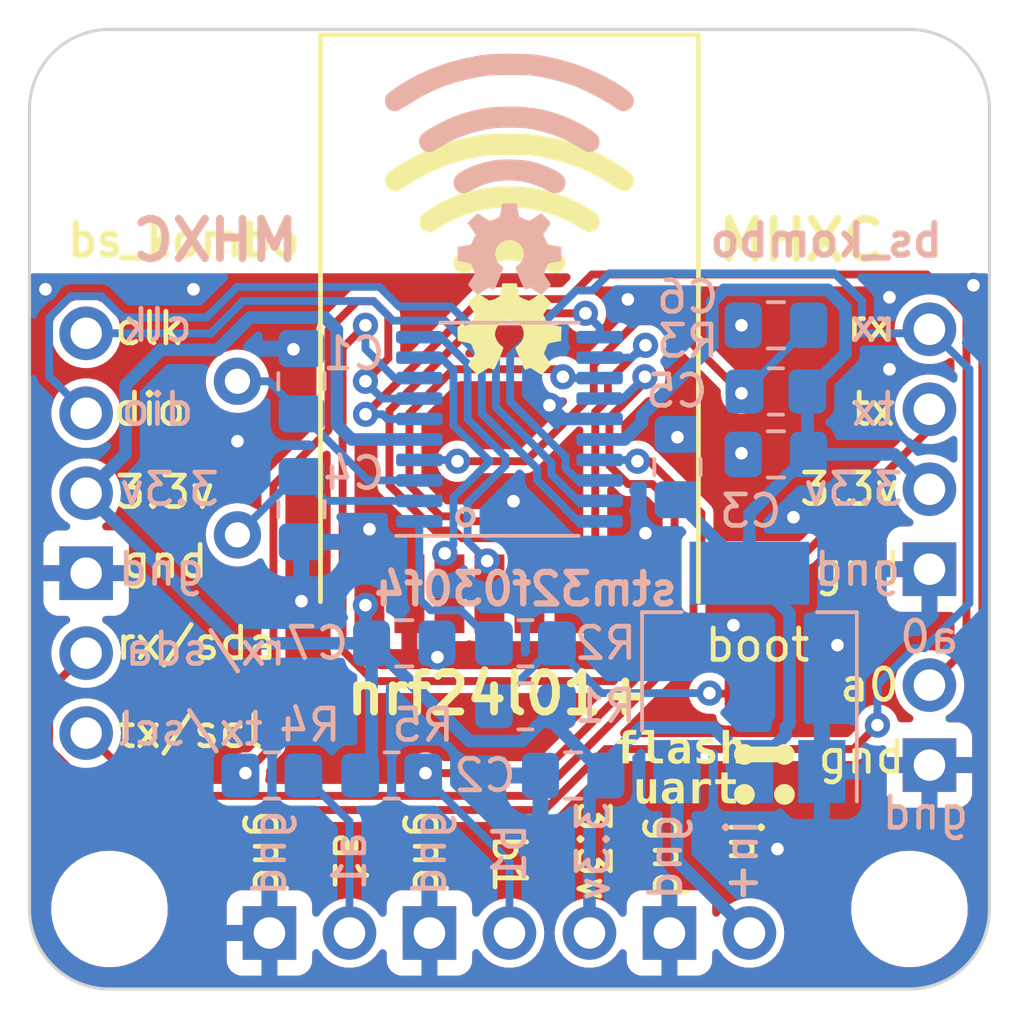
<source format=kicad_pcb>
(kicad_pcb (version 20221018) (generator pcbnew)
  (layers (0 "F.Cu" signal) (31 "B.Cu" signal) (34 "B.Paste" user) (35 "F.Paste" user) (36 "B.SilkS" user "B.Silkscreen") (37 "F.SilkS" user "F.Silkscreen") (38 "B.Mask" user) (39 "F.Mask" user) (44 "Edge.Cuts" user))
  (net 0 "")
  (net 1 "GND")
  (net 2 "+3V3")
  (net 3 "tx{slash}scl")
  (net 4 "rx{slash}sda")
  (net 5 "+5V")
  (net 6 "but")
  (net 7 "dio")
  (net 8 "clk")
  (net 9 "Net-(JP1-B)")
  (net 10 "led")
  (net 11 "a0")
  (net 12 "Net-(J1-Pin_6)")
  (net 13 "Net-(U3-PF1)")
  (net 14 "Net-(U3-PF0)")
  (net 15 "Net-(U3-NRST)")
  (net 16 "Net-(U3-BOOT0)")
  (net 17 "Net-(U1-CE)")
  (net 18 "Net-(U1-~{CSN})")
  (net 19 "Net-(U1-SCK)")
  (net 20 "Net-(U1-MOSI)")
  (net 21 "Net-(U1-MISO)")
  (net 22 "Net-(U1-IRQ)")
  (footprint "Connector_PinHeader_2.54mm:PinHeader_1x06_P2.54mm_Vertical" (layer "F.Cu") (at 116.1 47.752)
    (fp_text reference "J3" hide)
    (fp_text value "Conn_01x06" hide)
    (pad "1" thru_hole circle (at 0 0) (size 1.7 1.7) (drill 1) (layers "*.Cu" "*.Mask") (net 8 "clk"))
    (pad "2" thru_hole oval (at 0 2.54) (size 1.7 1.7) (drill 1) (layers "*.Cu" "*.Mask") (net 7 "dio"))
    (pad "3" thru_hole oval (at 0 5.08) (size 1.7 1.7) (drill 1) (layers "*.Cu" "*.Mask") (net 2 "+3V3"))
    (pad "4" thru_hole rect (at 0 7.62) (size 1.7 1.7) (drill 1) (layers "*.Cu" "*.Mask") (net 1 "GND"))
    (pad "5" thru_hole oval (at 0 10.16) (size 1.7 1.7) (drill 1) (layers "*.Cu" "*.Mask") (net 4 "rx{slash}sda"))
    (pad "6" thru_hole oval (at 0 12.7) (size 1.7 1.7) (drill 1) (layers "*.Cu" "*.Mask") (net 3 "tx{slash}scl"))
  )
  (footprint "Connector_PinHeader_2.54mm:PinHeader_1x07_P2.54mm_Vertical" (layer "F.Cu") (at 137.16 66.802 -90)
    (fp_text reference "J1" hide)
    (fp_text value "Conn_01x07" hide)
    (pad "1" thru_hole circle (at 0 0 270) (size 1.7 1.7) (drill 1) (layers "*.Cu" "*.Mask") (net 5 "+5V"))
    (pad "2" thru_hole rect (at 0 2.54 270) (size 1.7 1.7) (drill 1) (layers "*.Cu" "*.Mask") (net 1 "GND"))
    (pad "3" thru_hole oval (at 0 5.08 270) (size 1.7 1.7) (drill 1) (layers "*.Cu" "*.Mask") (net 2 "+3V3"))
    (pad "4" thru_hole oval (at 0 7.62 270) (size 1.7 1.7) (drill 1) (layers "*.Cu" "*.Mask") (net 6 "but"))
    (pad "5" thru_hole rect (at 0 10.16 270) (size 1.7 1.7) (drill 1) (layers "*.Cu" "*.Mask") (net 1 "GND"))
    (pad "6" thru_hole oval (at 0 12.7 270) (size 1.7 1.7) (drill 1) (layers "*.Cu" "*.Mask") (net 12 "Net-(J1-Pin_6)"))
    (pad "7" thru_hole rect (at 0 15.24 270) (size 1.7 1.7) (drill 1) (layers "*.Cu" "*.Mask") (net 1 "GND"))
  )
  (footprint "MountingHole:MountingHole_3.2mm_M3" (layer "F.Cu") (at 142.24 40.64)
    (fp_text reference "REF**" hide)
    (fp_text value "MountingHole_3.2mm_M3" hide)
    (pad "" np_thru_hole circle (at 0 0) (size 3.2 3.2) (drill 3.2) (layers "*.Cu" "*.Mask"))
  )
  (footprint "Crystal:Crystal_HC49-U_Vertical" (layer "F.Cu") (at 120.904 49.276 -90)
    (fp_text reference "Y1" hide)
    (fp_text value "Crystal")
    (pad "1" thru_hole circle (at 0 0 270) (size 1.5 1.5) (drill 0.8) (layers "*.Cu" "*.Mask") (net 13 "Net-(U3-PF1)"))
    (pad "2" thru_hole circle (at 4.88 0 270) (size 1.5 1.5) (drill 0.8) (layers "*.Cu" "*.Mask") (net 14 "Net-(U3-PF0)"))
  )
  (footprint "MountingHole:MountingHole_3.2mm_M3" (layer "F.Cu") (at 142.24 66.04)
    (fp_text reference "REF**" hide)
    (fp_text value "MountingHole_3.2mm_M3" hide)
    (pad "" np_thru_hole circle (at 0 0) (size 3.2 3.2) (drill 3.2) (layers "*.Cu" "*.Mask"))
  )
  (footprint "MountingHole:MountingHole_3.2mm_M3" (layer "F.Cu") (at 116.84 40.64)
    (fp_text reference "REF**" hide)
    (fp_text value "MountingHole_3.2mm_M3" hide)
    (pad "" np_thru_hole circle (at 0 0) (size 3.2 3.2) (drill 3.2) (layers "*.Cu" "*.Mask"))
  )
  (footprint "LOGO" (layer "F.Cu") (at 129.54 45.212)
    (fp_text reference "G***" hide)
    (fp_text value "LOGO" hide)
  )
  (footprint "Jumper:SolderJumper-2_P1.3mm_Open_TrianglePad1.0x1.5mm" (layer "F.Cu") (at 137.6 59.2 180)
    (fp_text reference "JP1" hide)
    (fp_text value "SolderJumper_2_Open")
    (pad "1" smd custom (at -0.725 0 180) (size 0.3 0.3) (layers "F.Cu" "F.Mask") (net 1 "GND") (options (clearance outline) (anchor rect)) (primitives (gr_poly (pts (xy 1 0) (xy 0.5 0.75) (xy -0.5 0.75) (xy -0.5 -0.75) (xy 0.5 -0.75)) (width 0) (fill yes))))
    (pad "2" smd custom (at 0.725 0 180) (size 0.3 0.3) (layers "F.Cu" "F.Mask") (net 9 "Net-(JP1-B)") (options (clearance outline) (anchor rect)) (primitives (gr_poly (pts (xy 0.5 0.75) (xy -0.65 0.75) (xy -0.15 0) (xy -0.65 -0.75) (xy 0.5 -0.75)) (width 0) (fill yes))))
  )
  (footprint "Connector_PinHeader_2.54mm:PinHeader_1x02_P2.54mm_Vertical" (layer "F.Cu") (at 142.875 61.468 180)
    (fp_text reference "J4" hide)
    (fp_text value "Conn_01x02" hide)
    (pad "1" thru_hole rect (at 0 0 180) (size 1.7 1.7) (drill 1) (layers "*.Cu" "*.Mask") (net 1 "GND"))
    (pad "2" thru_hole oval (at 0 2.54 180) (size 1.7 1.7) (drill 1) (layers "*.Cu" "*.Mask") (net 11 "a0"))
  )
  (footprint "Keyplus_nordic:NRF24L01-Module-SMD" (layer "F.Cu") (at 129.54 55.2775 -90)
    (fp_text reference "U1" hide)
    (fp_text value "NRF24L01_Breakout")
    (pad "1" smd rect (at 0.3 4.445 270) (size 2.5 0.95) (drill (offset 0.45 0)) (layers "F.Cu" "F.Paste" "F.Mask") (net 2 "+3V3"))
    (pad "2" smd rect (at 0.3 3.175 270) (size 2.5 0.95) (drill (offset 0.45 0)) (layers "F.Cu" "F.Paste" "F.Mask") (net 1 "GND"))
    (pad "3" smd rect (at 0.3 1.905 270) (size 2.5 0.95) (drill (offset 0.45 0)) (layers "F.Cu" "F.Paste" "F.Mask") (net 17 "Net-(U1-CE)"))
    (pad "4" smd rect (at 0.3 0.635 270) (size 2.5 0.95) (drill (offset 0.45 0)) (layers "F.Cu" "F.Paste" "F.Mask") (net 18 "Net-(U1-~{CSN})"))
    (pad "5" smd rect (at 0.3 -0.635 270) (size 2.5 0.95) (drill (offset 0.45 0)) (layers "F.Cu" "F.Paste" "F.Mask") (net 19 "Net-(U1-SCK)"))
    (pad "6" smd rect (at 0.3 -1.905 270) (size 2.5 0.95) (drill (offset 0.45 0)) (layers "F.Cu" "F.Paste" "F.Mask") (net 20 "Net-(U1-MOSI)"))
    (pad "7" smd rect (at 0.3 -3.175 270) (size 2.5 0.95) (drill (offset 0.45 0)) (layers "F.Cu" "F.Paste" "F.Mask") (net 21 "Net-(U1-MISO)"))
    (pad "8" smd rect (at 0.3 -4.445 270) (size 2.5 0.95) (drill (offset 0.45 0)) (layers "F.Cu" "F.Paste" "F.Mask") (net 22 "Net-(U1-IRQ)"))
  )
  (footprint "MountingHole:MountingHole_3.2mm_M3" (layer "F.Cu") (at 116.84 66.04)
    (fp_text reference "REF**" hide)
    (fp_text value "MountingHole_3.2mm_M3" hide)
    (pad "" np_thru_hole circle (at 0 0) (size 3.2 3.2) (drill 3.2) (layers "*.Cu" "*.Mask"))
  )
  (footprint "Connector_PinHeader_2.54mm:PinHeader_1x04_P2.54mm_Vertical" (layer "F.Cu") (at 142.875 55.245 180)
    (fp_text reference "J2" hide)
    (fp_text value "Conn_01x04" hide)
    (pad "1" thru_hole rect (at 0 0 180) (size 1.7 1.7) (drill 1) (layers "*.Cu" "*.Mask") (net 1 "GND"))
    (pad "2" thru_hole oval (at 0 2.54 180) (size 1.7 1.7) (drill 1) (layers "*.Cu" "*.Mask") (net 2 "+3V3"))
    (pad "3" thru_hole oval (at 0 5.08 180) (size 1.7 1.7) (drill 1) (layers "*.Cu" "*.Mask") (net 3 "tx{slash}scl"))
    (pad "4" thru_hole oval (at 0 7.62 180) (size 1.7 1.7) (drill 1) (layers "*.Cu" "*.Mask") (net 4 "rx{slash}sda"))
  )
  (footprint "Resistor_SMD:R_0805_2012Metric_Pad1.20x1.40mm_HandSolder" (layer "B.Cu") (at 130.048 59.6 180)
    (fp_text reference "R1" (at -2.54 0) (layer "B.SilkS") (effects (justify mirror)))
    (fp_text value "10k")
    (pad "1" smd roundrect (at -1 0 180) (size 1.2 1.4) (layers "B.Cu" "B.Paste" "B.Mask") (roundrect_rratio 0.2083333333) (net 2 "+3V3"))
    (pad "2" smd roundrect (at 1 0 180) (size 1.2 1.4) (layers "B.Cu" "B.Paste" "B.Mask") (roundrect_rratio 0.2083333333) (net 9 "Net-(JP1-B)"))
  )
  (footprint "Capacitor_SMD:C_0805_2012Metric_Pad1.18x1.45mm_HandSolder" (layer "B.Cu") (at 126.2 57.6)
    (fp_text reference "C7" (at -2.756 0) (layer "B.SilkS") (effects (justify mirror)))
    (fp_text value "10u")
    (pad "1" smd roundrect (at -1.0375 0) (size 1.175 1.45) (layers "B.Cu" "B.Paste" "B.Mask") (roundrect_rratio 0.2127659574) (net 2 "+3V3"))
    (pad "2" smd roundrect (at 1.0375 0) (size 1.175 1.45) (layers "B.Cu" "B.Paste" "B.Mask") (roundrect_rratio 0.2127659574) (net 1 "GND"))
  )
  (footprint "Resistor_SMD:R_0805_2012Metric_Pad1.20x1.40mm_HandSolder" (layer "B.Cu") (at 122 61.8)
    (fp_text reference "R4" (at 1.2 -1.6) (layer "B.SilkS") (effects (justify mirror)))
    (fp_text value "620")
    (pad "1" smd roundrect (at -1 0) (size 1.2 1.4) (layers "B.Cu" "B.Paste" "B.Mask") (roundrect_rratio 0.2083333333) (net 10 "led"))
    (pad "2" smd roundrect (at 1 0) (size 1.2 1.4) (layers "B.Cu" "B.Paste" "B.Mask") (roundrect_rratio 0.2083333333) (net 12 "Net-(J1-Pin_6)"))
  )
  (footprint "Capacitor_SMD:C_0805_2012Metric_Pad1.18x1.45mm_HandSolder" (layer "B.Cu") (at 122.936 49.276 90)
    (fp_text reference "C1" (at 0.876 1.664) (layer "B.SilkS") (effects (justify mirror)))
    (fp_text value "22p")
    (pad "1" smd roundrect (at -1.0375 0 90) (size 1.175 1.45) (layers "B.Cu" "B.Paste" "B.Mask") (roundrect_rratio 0.2127659574) (net 13 "Net-(U3-PF1)"))
    (pad "2" smd roundrect (at 1.0375 0 90) (size 1.175 1.45) (layers "B.Cu" "B.Paste" "B.Mask") (roundrect_rratio 0.2127659574) (net 1 "GND"))
  )
  (footprint "Package_SO:TSSOP-20_4.4x6.5mm_P0.65mm" (layer "B.Cu") (at 129.54 50.8)
    (fp_text reference "U3" hide)
    (fp_text value "STM32F030F4Px")
    (pad "1" smd roundrect (at -2.8625 2.925) (size 1.475 0.4) (layers "B.Cu" "B.Paste" "B.Mask") (net 16 "Net-(U3-BOOT0)"))
    (pad "2" smd roundrect (at -2.8625 2.275) (size 1.475 0.4) (layers "B.Cu" "B.Paste" "B.Mask") (net 14 "Net-(U3-PF0)"))
    (pad "3" smd roundrect (at -2.8625 1.625) (size 1.475 0.4) (layers "B.Cu" "B.Paste" "B.Mask") (net 13 "Net-(U3-PF1)"))
    (pad "4" smd roundrect (at -2.8625 0.975) (size 1.475 0.4) (layers "B.Cu" "B.Paste" "B.Mask") (net 15 "Net-(U3-NRST)"))
    (pad "5" smd roundrect (at -2.8625 0.325) (size 1.475 0.4) (layers "B.Cu" "B.Paste" "B.Mask") (net 2 "+3V3"))
    (pad "6" smd roundrect (at -2.8625 -0.325) (size 1.475 0.4) (layers "B.Cu" "B.Paste" "B.Mask") (net 11 "a0"))
    (pad "7" smd roundrect (at -2.8625 -0.975) (size 1.475 0.4) (layers "B.Cu" "B.Paste" "B.Mask") (net 10 "led"))
    (pad "8" smd roundrect (at -2.8625 -1.625) (size 1.475 0.4) (layers "B.Cu" "B.Paste" "B.Mask") (net 22 "Net-(U1-IRQ)"))
    (pad "9" smd roundrect (at -2.8625 -2.275) (size 1.475 0.4) (layers "B.Cu" "B.Paste" "B.Mask") (net 17 "Net-(U1-CE)"))
    (pad "10" smd roundrect (at -2.8625 -2.925) (size 1.475 0.4) (layers "B.Cu" "B.Paste" "B.Mask") (net 18 "Net-(U1-~{CSN})"))
    (pad "11" smd roundrect (at 2.8625 -2.925) (size 1.475 0.4) (layers "B.Cu" "B.Paste" "B.Mask") (net 19 "Net-(U1-SCK)"))
    (pad "12" smd roundrect (at 2.8625 -2.275) (size 1.475 0.4) (layers "B.Cu" "B.Paste" "B.Mask") (net 21 "Net-(U1-MISO)"))
    (pad "13" smd roundrect (at 2.8625 -1.625) (size 1.475 0.4) (layers "B.Cu" "B.Paste" "B.Mask") (net 20 "Net-(U1-MOSI)"))
    (pad "14" smd roundrect (at 2.8625 -0.975) (size 1.475 0.4) (layers "B.Cu" "B.Paste" "B.Mask") (net 6 "but"))
    (pad "15" smd roundrect (at 2.8625 -0.325) (size 1.475 0.4) (layers "B.Cu" "B.Paste" "B.Mask") (net 1 "GND"))
    (pad "16" smd roundrect (at 2.8625 0.325) (size 1.475 0.4) (layers "B.Cu" "B.Paste" "B.Mask") (net 2 "+3V3"))
    (pad "17" smd roundrect (at 2.8625 0.975) (size 1.475 0.4) (layers "B.Cu" "B.Paste" "B.Mask") (net 3 "tx{slash}scl"))
    (pad "18" smd roundrect (at 2.8625 1.625) (size 1.475 0.4) (layers "B.Cu" "B.Paste" "B.Mask") (net 4 "rx{slash}sda"))
    (pad "19" smd roundrect (at 2.8625 2.275) (size 1.475 0.4) (layers "B.Cu" "B.Paste" "B.Mask") (net 7 "dio"))
    (pad "20" smd roundrect (at 2.8625 2.925) (size 1.475 0.4) (layers "B.Cu" "B.Paste" "B.Mask") (net 8 "clk"))
  )
  (footprint "LOGO" (layer "B.Cu") (at 129.54 42.672 180)
    (fp_text reference "G***" hide)
    (fp_text value "LOGO" hide)
  )
  (footprint "Capacitor_SMD:C_0805_2012Metric_Pad1.18x1.45mm_HandSolder" (layer "B.Cu") (at 138 51.6 180)
    (fp_text reference "C3" (at 0.8 -1.8) (layer "B.SilkS") (effects (justify mirror)))
    (fp_text value "10u")
    (pad "1" smd roundrect (at -1.0375 0 180) (size 1.175 1.45) (layers "B.Cu" "B.Paste" "B.Mask") (roundrect_rratio 0.2127659574) (net 2 "+3V3"))
    (pad "2" smd roundrect (at 1.0375 0 180) (size 1.175 1.45) (layers "B.Cu" "B.Paste" "B.Mask") (roundrect_rratio 0.2127659574) (net 1 "GND"))
  )
  (footprint "Resistor_SMD:R_0805_2012Metric_Pad1.20x1.40mm_HandSolder" (layer "B.Cu") (at 130.048 57.6 180)
    (fp_text reference "R2" (at -2.54 0) (layer "B.SilkS") (effects (justify mirror)))
    (fp_text value "620")
    (pad "1" smd roundrect (at -1 0 180) (size 1.2 1.4) (layers "B.Cu" "B.Paste" "B.Mask") (roundrect_rratio 0.2083333333) (net 9 "Net-(JP1-B)"))
    (pad "2" smd roundrect (at 1 0 180) (size 1.2 1.4) (layers "B.Cu" "B.Paste" "B.Mask") (roundrect_rratio 0.2083333333) (net 16 "Net-(U3-BOOT0)"))
  )
  (footprint "Capacitor_SMD:C_0805_2012Metric_Pad1.18x1.45mm_HandSolder" (layer "B.Cu") (at 131.5625 61.8 180)
    (fp_text reference "C2" (at 2.8 0) (layer "B.SilkS") (effects (justify mirror)))
    (fp_text value "100n")
    (pad "1" smd roundrect (at -1.0375 0 180) (size 1.175 1.45) (layers "B.Cu" "B.Paste" "B.Mask") (roundrect_rratio 0.2127659574) (net 2 "+3V3"))
    (pad "2" smd roundrect (at 1.0375 0 180) (size 1.175 1.45) (layers "B.Cu" "B.Paste" "B.Mask") (roundrect_rratio 0.2127659574) (net 1 "GND"))
  )
  (footprint "Capacitor_SMD:C_0805_2012Metric_Pad1.18x1.45mm_HandSolder" (layer "B.Cu") (at 122.936 53.34 -90)
    (fp_text reference "C4" (at -1.14 -1.664) (layer "B.SilkS") (effects (justify mirror)))
    (fp_text value "22p")
    (pad "1" smd roundrect (at -1.0375 0 270) (size 1.175 1.45) (layers "B.Cu" "B.Paste" "B.Mask") (roundrect_rratio 0.2127659574) (net 14 "Net-(U3-PF0)"))
    (pad "2" smd roundrect (at 1.0375 0 270) (size 1.175 1.45) (layers "B.Cu" "B.Paste" "B.Mask") (roundrect_rratio 0.2127659574) (net 1 "GND"))
  )
  (footprint "Capacitor_SMD:C_0805_2012Metric_Pad1.18x1.45mm_HandSolder" (layer "B.Cu") (at 138 47.498 180)
    (fp_text reference "C6" (at 2.8 0.898) (layer "B.SilkS") (effects (justify mirror)))
    (fp_text value "100n")
    (pad "1" smd roundrect (at -1.0375 0 180) (size 1.175 1.45) (layers "B.Cu" "B.Paste" "B.Mask") (roundrect_rratio 0.2127659574) (net 15 "Net-(U3-NRST)"))
    (pad "2" smd roundrect (at 1.0375 0 180) (size 1.175 1.45) (layers "B.Cu" "B.Paste" "B.Mask") (roundrect_rratio 0.2127659574) (net 1 "GND"))
  )
  (footprint "Capacitor_SMD:C_0805_2012Metric_Pad1.18x1.45mm_HandSolder" (layer "B.Cu") (at 134.874 52 90)
    (fp_text reference "C5" (at 2.416 -0.02 180) (layer "B.SilkS") (effects (justify mirror)))
    (fp_text value "100n")
    (pad "1" smd roundrect (at -1.0375 0 90) (size 1.175 1.45) (layers "B.Cu" "B.Paste" "B.Mask") (roundrect_rratio 0.2127659574) (net 2 "+3V3"))
    (pad "2" smd roundrect (at 1.0375 0 90) (size 1.175 1.45) (layers "B.Cu" "B.Paste" "B.Mask") (roundrect_rratio 0.2127659574) (net 1 "GND"))
  )
  (footprint "Resistor_SMD:R_0805_2012Metric_Pad1.20x1.40mm_HandSolder" (layer "B.Cu") (at 138 49.6 180)
    (fp_text reference "R3" (at 2.8 1.6) (layer "B.SilkS") (effects (justify mirror)))
    (fp_text value "10k")
    (pad "1" smd roundrect (at -1 0 180) (size 1.2 1.4) (layers "B.Cu" "B.Paste" "B.Mask") (roundrect_rratio 0.2083333333) (net 2 "+3V3"))
    (pad "2" smd roundrect (at 1 0 180) (size 1.2 1.4) (layers "B.Cu" "B.Paste" "B.Mask") (roundrect_rratio 0.2083333333) (net 15 "Net-(U3-NRST)"))
  )
  (footprint "Package_TO_SOT_SMD:SOT-223-3_TabPin2" (layer "B.Cu") (at 137.16 58.522 90)
    (fp_text reference "U2" hide)
    (fp_text value "AMS1117-3.3")
    (pad "1" smd rect (at -3.15 2.3 90) (size 2 1.5) (layers "B.Cu" "B.Paste" "B.Mask") (net 1 "GND"))
    (pad "2" smd rect (at -3.15 0 90) (size 2 1.5) (layers "B.Cu" "B.Paste" "B.Mask") (net 2 "+3V3"))
    (pad "2" smd rect (at 3.15 0 90) (size 2 3.8) (layers "B.Cu" "B.Paste" "B.Mask") (net 2 "+3V3"))
    (pad "3" smd rect (at -3.15 -2.3 90) (size 2 1.5) (layers "B.Cu" "B.Paste" "B.Mask") (net 5 "+5V"))
  )
  (footprint "Resistor_SMD:R_0805_2012Metric_Pad1.20x1.40mm_HandSolder" (layer "B.Cu") (at 125.8 61.8)
    (fp_text reference "R5" (at 1 -1.6) (layer "B.SilkS") (effects (justify mirror)))
    (fp_text value "10k")
    (pad "1" smd roundrect (at -1 0) (size 1.2 1.4) (layers "B.Cu" "B.Paste" "B.Mask") (roundrect_rratio 0.2083333333) (net 2 "+3V3"))
    (pad "2" smd roundrect (at 1 0) (size 1.2 1.4) (layers "B.Cu" "B.Paste" "B.Mask") (roundrect_rratio 0.2083333333) (net 6 "but"))
  )
  (gr_circle (center 128.143 53.594) (end 128.397 53.594) (stroke (width 0.15)) (fill none) (layer "B.SilkS"))
  (gr_circle (center 137 62.4) (end 136.746 62.4) (stroke (width 0.15)) (fill solid) (layer "F.SilkS"))
  (gr_circle (center 138.27 61.13) (end 138.016 61.13) (stroke (width 0.15)) (fill solid) (layer "F.SilkS"))
  (gr_circle (center 138.27 62.4) (end 138.016 62.4) (stroke (width 0.15)) (fill solid) (layer "F.SilkS"))
  (gr_circle (center 137 61.13) (end 136.746 61.13) (stroke (width 0.15)) (fill solid) (layer "F.SilkS"))
  (gr_line (start 137 61.13) (end 138.27 61.13) (stroke (width 0.5)) (layer "F.SilkS"))
  (gr_arc (start 114.3 40.64) (mid 115.043949 38.843949) (end 116.84 38.1) (stroke (width 0.1)) (layer "Edge.Cuts"))
  (gr_arc (start 116.84 68.58) (mid 115.043949 67.836051) (end 114.3 66.04) (stroke (width 0.1)) (layer "Edge.Cuts"))
  (gr_line (start 114.3 66.04) (end 114.3 40.64) (stroke (width 0.1)) (layer "Edge.Cuts"))
  (gr_line (start 142.24 68.58) (end 116.84 68.58) (stroke (width 0.1)) (layer "Edge.Cuts"))
  (gr_line (start 144.78 40.64) (end 144.78 66.04) (stroke (width 0.1)) (layer "Edge.Cuts"))
  (gr_line (start 116.84 38.1) (end 142.24 38.1) (stroke (width 0.1)) (layer "Edge.Cuts"))
  (gr_arc (start 142.24 38.1) (mid 144.036051 38.843949) (end 144.78 40.64) (stroke (width 0.1)) (layer "Edge.Cuts"))
  (gr_arc (start 144.78 66.04) (mid 144.036051 67.836051) (end 142.24 68.58) (stroke (width 0.1)) (layer "Edge.Cuts"))
  (gr_text "stm32f030f4" (at 130.048 55.88) (layer "B.SilkS") (effects (font (size 1 1) (thickness 0.2) bold) (justify mirror)))
  (gr_text "bs_kombo" (at 139.6 44.8) (layer "B.SilkS") (effects (font (size 1 1) (thickness 0.2) bold) (justify mirror)))
  (gr_text "gnd" (at 127 64.262 90) (layer "B.SilkS") (effects (font (size 1 1)) (justify mirror)))
  (gr_text "tx" (at 141.097 50.165) (layer "B.SilkS") (effects (font (size 1 1)) (justify mirror)))
  (gr_text "gnd" (at 140.589 55.245) (layer "B.SilkS") (effects (font (size 1 1)) (justify mirror)))
  (gr_text "rx" (at 141.097 47.498) (layer "B.SilkS") (effects (font (size 1 1)) (justify mirror)))
  (gr_text "3.3v" (at 132.2 64.2 90) (layer "B.SilkS") (effects (font (size 1 1)) (justify mirror)))
  (gr_text "a0" (at 142.875 57.404) (layer "B.SilkS") (effects (font (size 1 1)) (justify mirror)))
  (gr_text "gnd" (at 118.491 55.245) (layer "B.SilkS") (effects (font (size 1 1)) (justify mirror)))
  (gr_text "MHXC" (at 120.2 44.8) (layer "B.SilkS") (effects (font (size 1.25 1.25) (thickness 0.25)) (justify mirror)))
  (gr_text "in+" (at 136.906 64.516 90) (layer "B.SilkS") (effects (font (size 1 1)) (justify mirror)))
  (gr_text "dio" (at 118.364 50.165) (layer "B.SilkS") (effects (font (size 1 1)) (justify mirror)))
  (gr_text "gnd" (at 134.493 64.389 90) (layer "B.SilkS") (effects (font (size 1 1)) (justify mirror)))
  (gr_text "a1" (at 124.46 64.516 90) (layer "B.SilkS") (effects (font (size 1 1)) (justify mirror)))
  (gr_text "clk" (at 118.364 47.498) (layer "B.SilkS") (effects (font (size 1 1)) (justify mirror)))
  (gr_text "gnd" (at 142.748 62.992) (layer "B.SilkS") (effects (font (size 1 1)) (justify mirror)))
  (gr_text "rx/sda" (at 119.888 57.785) (layer "B.SilkS") (effects (font (size 1 1)) (justify mirror)))
  (gr_text "b1" (at 129.54 64.262 90) (layer "B.SilkS") (effects (font (size 1 1)) (justify mirror)))
  (gr_text "tx/scl" (at 119.4 60.325) (layer "B.SilkS") (effects (font (size 1 1)) (justify mirror)))
  (gr_text "3.3v" (at 118.745 52.705) (layer "B.SilkS") (effects (font (size 1 1)) (justify mirror)))
  (gr_text "gnd" (at 121.92 64.262 90) (layer "B.SilkS") (effects (font (size 1 1)) (justify mirror)))
  (gr_text "3.3v" (at 140.462 52.705) (layer "B.SilkS") (effects (font (size 1 1)) (justify mirror)))
  (gr_text "b1\n" (at 129.54 64.6 270) (layer "F.SilkS") (effects (font (size 1 1))))
  (gr_text "nrf24l01+" (at 129.2 59.2) (layer "F.SilkS") (effects (font (size 1.25 1.25) (thickness 0.25))))
  (gr_text "boot" (at 137.414 57.658) (layer "F.SilkS") (effects (font (size 1 1))))
  (gr_text "gnd" (at 121.92 64.262 -90) (layer "F.SilkS") (effects (font (size 1 1))))
  (gr_text "uart\n" (at 133.47 62.27) (layer "F.SilkS") (effects (font (size 1 1) (thickness 0.2) bold) (justify left)))
  (gr_text "a0" (at 140.97 58.928) (layer "F.SilkS") (effects (font (size 1 1))))
  (gr_text "rx/sda" (at 119.6 57.6) (layer "F.SilkS") (effects (font (size 1 1))))
  (gr_text "in+" (at 137.033 64.516 -90) (layer "F.SilkS") (effects (font (size 1 1))))
  (gr_text "tx/scl" (at 119.4 60.4) (layer "F.SilkS") (effects (font (size 1 1))))
  (gr_text "gnd" (at 118.6 55) (layer "F.SilkS") (effects (font (size 1 1))))
  (gr_text "clk" (at 118.11 47.6) (layer "F.SilkS") (effects (font (size 1 1))))
  (gr_text "a1" (at 124.46 64.516 270) (layer "F.SilkS") (effects (font (size 1 1))))
  (gr_text "gnd" (at 140.589 55.245) (layer "F.SilkS") (effects (font (size 1 1))))
  (gr_text "rx" (at 140.97 47.498) (layer "F.SilkS") (effects (font (size 1 1))))
  (gr_text "bs_kombo" (at 119.2 44.8) (layer "F.SilkS") (effects (font (size 1 1) (thickness 0.2) bold)))
  (gr_text "gnd" (at 127 64.262 -90) (layer "F.SilkS") (effects (font (size 1 1))))
  (gr_text "3.3v" (at 140.335 52.705) (layer "F.SilkS") (effects (font (size 1 1))))
  (gr_text "flash\n" (at 132.825618 61) (layer "F.SilkS") (effects (font (size 1 1) (thickness 0.2) bold) (justify left)))
  (gr_text "3.3v" (at 118.6 52.8) (layer "F.SilkS") (effects (font (size 1 1))))
  (gr_text "3.3v" (at 132.2 64.2 -90) (layer "F.SilkS") (effects (font (size 1 1))))
  (gr_text "tx" (at 141.097 50.165) (layer "F.SilkS") (effects (font (size 1 1))))
  (gr_text "dio" (at 118.11 50.165) (layer "F.SilkS") (effects (font (size 1 1))))
  (gr_text "gnd" (at 134.62 64.389 -90) (layer "F.SilkS") (effects (font (size 1 1))))
  (gr_text "MHXC" (at 138.8 44.8) (layer "F.SilkS") (effects (font (size 1.25 1.25) (thickness 0.25))))
  (gr_text "gnd" (at 140.716 61.214) (layer "F.SilkS") (effects (font (size 1 1))))
  (via (at 122.936 56.261) (size 0.8) (drill 0.4) (layers "F.Cu" "B.Cu") (net 1))
  (via (at 138.049 64.135) (size 0.8) (drill 0.4) (layers "F.Cu" "B.Cu") (net 1))
  (via (at 114.808 46.355) (size 0.8) (drill 0.4) (layers "F.Cu" "B.Cu") (net 1))
  (via (at 138.557 53.594) (size 0.8) (drill 0.4) (layers "F.Cu" "B.Cu") (net 1))
  (via (at 136.906 47.498) (size 0.8) (drill 0.4) (layers "F.Cu" "B.Cu") (net 1))
  (via (at 141.605 48.895) (size 0.8) (drill 0.4) (layers "F.Cu" "B.Cu") (net 1))
  (via (at 129.667 53.086) (size 0.8) (drill 0.4) (layers "F.Cu" "B.Cu") (net 1))
  (via (at 127.254 58.039) (size 0.8) (drill 0.4) (layers "F.Cu" "B.Cu") (net 1))
  (via (at 144.272 46.228) (size 0.8) (drill 0.4) (layers "F.Cu" "B.Cu") (net 1))
  (via (at 122.682 48.26) (size 0.8) (drill 0.4) (layers "F.Cu" "B.Cu") (net 1))
  (via (at 136.652 57.023) (size 0.8) (drill 0.4) (layers "F.Cu" "B.Cu") (net 1))
  (via (at 134.874 51.054) (size 0.8) (drill 0.4) (layers "F.Cu" "B.Cu") (net 1))
  (via (at 133.298899 46.67551) (size 0.8) (drill 0.4) (layers "F.Cu" "B.Cu") (net 1))
  (via (at 141.605 46.609) (size 0.8) (drill 0.4) (layers "F.Cu" "B.Cu") (net 1))
  (via (at 136.906 51.562) (size 0.8) (drill 0.4) (layers "F.Cu" "B.Cu") (net 1))
  (via (at 120.904 51.181) (size 0.8) (drill 0.4) (layers "F.Cu" "B.Cu") (net 1))
  (via (at 125.095 53.975) (size 0.8) (drill 0.4) (layers "F.Cu" "B.Cu") (net 1))
  (via (at 130.81 50.038) (size 0.8) (drill 0.4) (layers "F.Cu" "B.Cu") (net 1))
  (via (at 119.507 46.355) (size 0.8) (drill 0.4) (layers "F.Cu" "B.Cu") (net 1))
  (via (at 139.954 57.658) (size 0.8) (drill 0.4) (layers "F.Cu" "B.Cu") (net 1))
  (via (at 133.858 54.102) (size 0.8) (drill 0.4) (layers "F.Cu" "B.Cu") (net 1))
  (segment (start 131.247 50.475) (end 130.81 50.038) (width 0.4) (layer "B.Cu") (net 1))
  (segment (start 132.4025 50.475) (end 131.247 50.475) (width 0.4) (layer "B.Cu") (net 1))
  (via (at 124.968 56.388) (size 0.8) (drill 0.4) (layers "F.Cu" "B.Cu") (net 2))
  (segment (start 133.749 50.573107) (end 133.749 50.355761) (width 0.4) (layer "B.Cu") (net 2))
  (segment (start 131.048 59.6) (end 129.942 60.706) (width 0.4) (layer "B.Cu") (net 2))
  (segment (start 118.474 48.277) (end 117.35 49.401) (width 0.4) (layer "B.Cu") (net 2))
  (segment (start 125.1625 61.4375) (end 124.8 61.8) (width 0.4) (layer "B.Cu") (net 2))
  (segment (start 138.31 60.522) (end 137.16 61.672) (width 0.4) (layer "B.Cu") (net 2))
  (segment (start 142.875 52.705) (end 141.77 51.6) (width 0.4) (layer "B.Cu") (net 2))
  (segment (start 139 49.6) (end 139 51.5625) (width 0.4) (layer "B.Cu") (net 2))
  (segment (start 136.01 60.272) (end 137.16 61.422) (width 0.4) (layer "B.Cu") (net 2))
  (segment (start 132.4025 51.125) (end 133.197107 51.125) (width 0.4) (layer "B.Cu") (net 2))
  (segment (start 139.644239 46.373) (end 140.208 46.936761) (width 0.4) (layer "B.Cu") (net 2))
  (segment (start 123.680239 47.251) (end 121.302654 47.251) (width 0.4) (layer "B.Cu") (net 2))
  (segment (start 133.197107 51.125) (end 133.749 50.573107) (width 0.4) (layer "B.Cu") (net 2))
  (segment (start 116.1 52.832) (end 120.868 57.6) (width 0.4) (layer "B.Cu") (net 2))
  (segment (start 140.208 46.936761) (end 140.208 48.392) (width 0.4) (layer "B.Cu") (net 2))
  (segment (start 126.6775 51.125) (end 124.531 51.125) (width 0.4) (layer "B.Cu") (net 2))
  (segment (start 134.874 53.0375) (end 134.874 53.086) (width 0.4) (layer "B.Cu") (net 2))
  (segment (start 138.43 60.152) (end 138.31 60.272) (width 0.4) (layer "B.Cu") (net 2))
  (segment (start 121.302654 47.251) (end 120.276654 48.277) (width 0.4) (layer "B.Cu") (net 2))
  (segment (start 132.6 61.8) (end 132.6 61.382) (width 0.4) (layer "B.Cu") (net 2))
  (segment (start 120.276654 48.277) (end 118.474 48.277) (width 0.4) (layer "B.Cu") (net 2))
  (segment (start 133.749 50.355761) (end 135.975 48.129761) (width 0.4) (layer "B.Cu") (net 2))
  (segment (start 133.71 60.272) (end 136.01 60.272) (width 0.4) (layer "B.Cu") (net 2))
  (segment (start 124.968 57.4055) (end 125.1625 57.6) (width 0.4) (layer "B.Cu") (net 2))
  (segment (start 131.048 59.6) (end 131.048 60.248) (width 0.4) (layer "B.Cu") (net 2))
  (segment (start 117.35 49.401) (end 117.35 51.582) (width 0.4) (layer "B.Cu") (net 2))
  (segment (start 120.868 57.6) (end 125.1625 57.6) (width 0.4) (layer "B.Cu") (net 2))
  (segment (start 132.08 62.32) (end 132.6 61.8) (width 0.4) (layer "B.Cu") (net 2))
  (segment (start 124.061 50.655) (end 124.061 47.631761) (width 0.4) (layer "B.Cu") (net 2))
  (segment (start 125.1625 57.6) (end 125.1625 61.4375) (width 0.4) (layer "B.Cu") (net 2))
  (segment (start 134.874 53.086) (end 137.16 55.372) (width 0.4) (layer "B.Cu") (net 2))
  (segment (start 138.31 60.272) (end 138.31 60.522) (width 0.4) (layer "B.Cu") (net 2))
  (segment (start 140.208 48.392) (end 139 49.6) (width 0.4) (layer "B.Cu") (net 2))
  (segment (start 124.061 47.631761) (end 123.680239 47.251) (width 0.4) (layer "B.Cu") (net 2))
  (segment (start 132.6 61.382) (end 133.71 60.272) (width 0.4) (layer "B.Cu") (net 2))
  (segment (start 136.355761 46.373) (end 139.644239 46.373) (width 0.4) (layer "B.Cu") (net 2))
  (segment (start 137.16 61.422) (end 137.16 61.672) (width 0.4) (layer "B.Cu") (net 2))
  (segment (start 131.048 60.248) (end 132.6 61.8) (width 0.4) (layer "B.Cu") (net 2))
  (segment (start 135.975 46.753761) (end 136.355761 46.373) (width 0.4) (layer "B.Cu") (net 2))
  (segment (start 128.2685 60.706) (end 125.1625 57.6) (width 0.4) (layer "B.Cu") (net 2))
  (segment (start 135.975 48.129761) (end 135.975 46.753761) (width 0.4) (layer "B.Cu") (net 2))
  (segment (start 138.43 56.642) (end 138.43 60.152) (width 0.4) (layer "B.Cu") (net 2))
  (segment (start 137.16 55.372) (end 138.43 56.642) (width 0.4) (layer "B.Cu") (net 2))
  (segment (start 117.35 51.582) (end 116.1 52.832) (width 0.4) (layer "B.Cu") (net 2))
  (segment (start 137.16 55.372) (end 137.16 53.4775) (width 0.4) (layer "B.Cu") (net 2))
  (segment (start 129.942 60.706) (end 128.2685 60.706) (width 0.4) (layer "B.Cu") (net 2))
  (segment (start 141.77 51.6) (end 139.0375 51.6) (width 0.4) (layer "B.Cu") (net 2))
  (segment (start 137.16 53.4775) (end 139.0375 51.6) (width 0.4) (layer "B.Cu") (net 2))
  (segment (start 139 51.5625) (end 139.0375 51.6) (width 0.4) (layer "B.Cu") (net 2))
  (segment (start 132.08 66.802) (end 132.08 62.32) (width 0.4) (layer "B.Cu") (net 2))
  (segment (start 124.968 56.388) (end 124.968 57.4055) (width 0.4) (layer "B.Cu") (net 2))
  (segment (start 124.531 51.125) (end 124.061 50.655) (width 0.4) (layer "B.Cu") (net 2))
  (segment (start 133.604 51.816) (end 133.985 51.816) (width 0.25) (layer "F.Cu") (net 3))
  (segment (start 118.095 62.447) (end 130.467396 62.447) (width 0.25) (layer "F.Cu") (net 3))
  (segment (start 136.525 54.737) (end 138.938 54.737) (width 0.25) (layer "F.Cu") (net 3))
  (segment (start 135.636 54.737) (end 136.525 54.737) (width 0.25) (layer "F.Cu") (net 3))
  (segment (start 138.938 54.737) (end 142.875 50.8) (width 0.25) (layer "F.Cu") (net 3))
  (segment (start 130.467396 62.447) (end 135.382 57.532396) (width 0.25) (layer "F.Cu") (net 3))
  (segment (start 135.382 57.532396) (end 135.382 54.991) (width 0.25) (layer "F.Cu") (net 3))
  (segment (start 142.875 50.8) (end 142.875 50.165) (width 0.25) (layer "F.Cu") (net 3))
  (segment (start 133.985 51.816) (end 135.636 53.467) (width 0.25) (layer "F.Cu") (net 3))
  (segment (start 135.636 53.467) (end 135.636 54.737) (width 0.25) (layer "F.Cu") (net 3))
  (segment (start 116.1 60.452) (end 118.095 62.447) (width 0.25) (layer "F.Cu") (net 3))
  (segment (start 135.382 54.991) (end 135.636 54.737) (width 0.25) (layer "F.Cu") (net 3))
  (via (at 133.604 51.816) (size 0.8) (drill 0.4) (layers "F.Cu" "B.Cu") (net 3))
  (segment (start 132.4025 51.775) (end 133.563 51.775) (width 0.25) (layer "B.Cu") (net 3))
  (segment (start 133.563 51.775) (end 133.604 51.816) (width 0.25) (layer "B.Cu") (net 3))
  (segment (start 141.224 60.198) (end 140.462 60.96) (width 0.25) (layer "F.Cu") (net 4))
  (segment (start 114.925 60.938701) (end 114.925 59.087) (width 0.25) (layer "F.Cu") (net 4))
  (segment (start 116.883299 62.897) (end 114.925 60.938701) (width 0.25) (layer "F.Cu") (net 4))
  (segment (start 140.462 60.96) (end 132.590792 60.96) (width 0.25) (layer "F.Cu") (net 4))
  (segment (start 130.653792 62.897) (end 116.883299 62.897) (width 0.25) (layer "F.Cu") (net 4))
  (segment (start 114.925 59.087) (end 116.1 57.912) (width 0.25) (layer "F.Cu") (net 4))
  (segment (start 132.590792 60.96) (end 130.653792 62.897) (width 0.25) (layer "F.Cu") (net 4))
  (via (at 141.224 60.198) (size 0.8) (drill 0.4) (layers "F.Cu" "B.Cu") (net 4))
  (segment (start 142.388299 57.753) (end 142.717 57.753) (width 0.25) (layer "B.Cu") (net 4))
  (segment (start 144.145 56.325) (end 144.145 48.895) (width 0.25) (layer "B.Cu") (net 4))
  (segment (start 144.145 48.895) (end 142.875 47.625) (width 0.25) (layer "B.Cu") (net 4))
  (segment (start 131.713959 52.425) (end 132.4025 52.425) (width 0.25) (layer "B.Cu") (net 4))
  (segment (start 142.875 47.625) (end 142.748 47.752) (width 0.25) (layer "B.Cu") (net 4))
  (segment (start 132.714 45.848) (end 132.17 46.392) (width 0.25) (layer "B.Cu") (net 4))
  (segment (start 132.17 46.392) (end 131.652695 46.392) (width 0.25) (layer "B.Cu") (net 4))
  (segment (start 142.748 47.752) (end 140.733 47.752) (width 0.25) (layer "B.Cu") (net 4))
  (segment (start 142.717 57.753) (end 144.145 56.325) (width 0.25) (layer "B.Cu") (net 4))
  (segment (start 129.562 49.918111) (end 131.318 51.674111) (width 0.25) (layer "B.Cu") (net 4))
  (segment (start 131.318 51.674111) (end 131.318 52.029041) (width 0.25) (layer "B.Cu") (net 4))
  (segment (start 140.733 47.752) (end 140.733 46.719299) (width 0.25) (layer "B.Cu") (net 4))
  (segment (start 131.652695 46.392) (end 129.562 48.482695) (width 0.25) (layer "B.Cu") (net 4))
  (segment (start 129.562 48.482695) (end 129.562 49.918111) (width 0.25) (layer "B.Cu") (net 4))
  (segment (start 140.733 46.719299) (end 139.861701 45.848) (width 0.25) (layer "B.Cu") (net 4))
  (segment (start 141.224 58.917299) (end 142.388299 57.753) (width 0.25) (layer "B.Cu") (net 4))
  (segment (start 141.224 60.198) (end 141.224 58.917299) (width 0.25) (layer "B.Cu") (net 4))
  (segment (start 131.318 52.029041) (end 131.713959 52.425) (width 0.25) (layer "B.Cu") (net 4))
  (segment (start 139.861701 45.848) (end 132.714 45.848) (width 0.25) (layer "B.Cu") (net 4))
  (segment (start 134.86 61.672) (end 134.86 64.502) (width 0.4) (layer "B.Cu") (net 5))
  (segment (start 134.86 64.502) (end 137.16 66.802) (width 0.4) (layer "B.Cu") (net 5))
  (segment (start 130.556 61.722) (end 126.873 61.722) (width 0.25) (layer "F.Cu") (net 6))
  (segment (start 132.715 50.431097) (end 132.715 51.952305) (width 0.25) (layer "F.Cu") (net 6))
  (segment (start 132.715 51.952305) (end 133.303695 52.541) (width 0.25) (layer "F.Cu") (net 6))
  (segment (start 133.303695 52.541) (end 134.073604 52.541) (width 0.25) (layer "F.Cu") (net 6))
  (segment (start 134.073604 52.541) (end 134.785 53.252396) (width 0.25) (layer "F.Cu") (net 6))
  (segment (start 134.785 57.493) (end 130.556 61.722) (width 0.25) (layer "F.Cu") (net 6))
  (segment (start 134.785 53.252396) (end 134.785 57.493) (width 0.25) (layer "F.Cu") (net 6))
  (segment (start 133.841549 49.132548) (end 133.841549 49.304548) (width 0.25) (layer "F.Cu") (net 6))
  (segment (start 133.841549 49.304548) (end 132.715 50.431097) (width 0.25) (layer "F.Cu") (net 6))
  (via (at 126.873 61.722) (size 0.8) (drill 0.4) (layers "F.Cu" "B.Cu") (net 6))
  (via (at 133.841549 49.132548) (size 0.8) (drill 0.4) (layers "F.Cu" "B.Cu") (net 6))
  (segment (start 133.841549 49.132548) (end 133.149097 49.825) (width 0.25) (layer "B.Cu") (net 6))
  (segment (start 133.149097 49.825) (end 132.4025 49.825) (width 0.25) (layer "B.Cu") (net 6))
  (segment (start 129.54 64.54) (end 126.8 61.8) (width 0.25) (layer "B.Cu") (net 6))
  (segment (start 129.54 66.802) (end 129.54 64.54) (width 0.25) (layer "B.Cu") (net 6))
  (segment (start 129.112 50.104507) (end 129.112 48.334563) (width 0.25) (layer "B.Cu") (net 7))
  (segment (start 132.4025 53.075) (end 131.713959 53.075) (width 0.25) (layer "B.Cu") (net 7))
  (segment (start 117.253701 47.244) (end 116.586701 46.577) (width 0.25) (layer "B.Cu") (net 7))
  (segment (start 115.613299 46.577) (end 114.925 47.265299) (width 0.25) (layer "B.Cu") (net 7))
  (segment (start 114.925 49.117) (end 116.1 50.292) (width 0.25) (layer "B.Cu") (net 7))
  (segment (start 129.112 48.334563) (end 127.677437 46.9) (width 0.25) (layer "B.Cu") (net 7))
  (segment (start 119.930796 47.244) (end 117.253701 47.244) (width 0.25) (layer "B.Cu") (net 7))
  (segment (start 130.868 52.229041) (end 130.868 51.860507) (width 0.25) (layer "B.Cu") (net 7))
  (segment (start 131.713959 53.075) (end 130.868 52.229041) (width 0.25) (layer "B.Cu") (net 7))
  (segment (start 114.925 47.265299) (end 114.925 49.117) (width 0.25) (layer "B.Cu") (net 7))
  (segment (start 126.031701 46.9) (end 125.407701 46.276) (width 0.25) (layer "B.Cu") (net 7))
  (segment (start 120.898796 46.276) (end 119.930796 47.244) (width 0.25) (layer "B.Cu") (net 7))
  (segment (start 116.586701 46.577) (end 115.613299 46.577) (width 0.25) (layer "B.Cu") (net 7))
  (segment (start 127.677437 46.9) (end 126.031701 46.9) (width 0.25) (layer "B.Cu") (net 7))
  (segment (start 125.407701 46.276) (end 120.898796 46.276) (width 0.25) (layer "B.Cu") (net 7))
  (segment (start 130.868 51.860507) (end 129.112 50.104507) (width 0.25) (layer "B.Cu") (net 7))
  (segment (start 125.221305 46.726) (end 121.085192 46.726) (width 0.25) (layer "B.Cu") (net 8))
  (segment (start 130.418 52.415437) (end 130.418 52.046903) (width 0.25) (layer "B.Cu") (net 8))
  (segment (start 125.693 47.207) (end 125.693 47.197695) (width 0.25) (layer "B.Cu") (net 8))
  (segment (start 131.34 53.337437) (end 130.418 52.415437) (width 0.25) (layer "B.Cu") (net 8))
  (segment (start 125.836 47.35) (end 125.693 47.207) (width 0.25) (layer "B.Cu") (net 8))
  (segment (start 132.4025 53.725) (end 131.713959 53.725) (width 0.25) (layer "B.Cu") (net 8))
  (segment (start 131.713959 53.725) (end 131.34 53.351041) (width 0.25) (layer "B.Cu") (net 8))
  (segment (start 121.085192 46.726) (end 120.059192 47.752) (width 0.25) (layer "B.Cu") (net 8))
  (segment (start 128.662 50.290903) (end 128.662 48.534563) (width 0.25) (layer "B.Cu") (net 8))
  (segment (start 131.34 53.351041) (end 131.34 53.337437) (width 0.25) (layer "B.Cu") (net 8))
  (segment (start 130.418 52.046903) (end 128.662 50.290903) (width 0.25) (layer "B.Cu") (net 8))
  (segment (start 127.74 47.612563) (end 127.74 47.598959) (width 0.25) (layer "B.Cu") (net 8))
  (segment (start 127.491041 47.35) (end 125.836 47.35) (width 0.25) (layer "B.Cu") (net 8))
  (segment (start 127.74 47.598959) (end 127.491041 47.35) (width 0.25) (layer "B.Cu") (net 8))
  (segment (start 120.059192 47.752) (end 116.1 47.752) (width 0.25) (layer "B.Cu") (net 8))
  (segment (start 125.693 47.197695) (end 125.221305 46.726) (width 0.25) (layer "B.Cu") (net 8))
  (segment (start 128.662 48.534563) (end 127.74 47.612563) (width 0.25) (layer "B.Cu") (net 8))
  (segment (start 135.908 59.2) (end 135.89 59.182) (width 0.25) (layer "F.Cu") (net 9))
  (segment (start 136.875 59.2) (end 135.908 59.2) (width 0.25) (layer "F.Cu") (net 9))
  (via (at 135.89 59.182) (size 0.8) (drill 0.4) (layers "F.Cu" "B.Cu") (net 9))
  (segment (start 135.89 59.182) (end 132.461 59.182) (width 0.25) (layer "B.Cu") (net 9))
  (segment (start 129.048 59.6) (end 131.048 57.6) (width 0.25) (layer "B.Cu") (net 9))
  (segment (start 132.461 59.182) (end 131.048 57.769) (width 0.25) (layer "B.Cu") (net 9))
  (segment (start 131.048 57.769) (end 131.048 57.6) (width 0.25) (layer "B.Cu") (net 9))
  (segment (start 125.693 47.197695) (end 125.231305 46.736) (width 0.25) (layer "F.Cu") (net 10))
  (segment (start 124.704695 46.736) (end 123.793 47.647695) (width 0.25) (layer "F.Cu") (net 10))
  (segment (start 123.793 50.832) (end 122.047 52.578) (width 0.25) (layer "F.Cu") (net 10))
  (segment (start 122.047 52.578) (end 122.047 60.833) (width 0.25) (layer "F.Cu") (net 10))
  (segment (start 124.968 49.276) (end 125.693 48.551) (width 0.25) (layer "F.Cu") (net 10))
  (segment (start 125.231305 46.736) (end 124.704695 46.736) (width 0.25) (layer "F.Cu") (net 10))
  (segment (start 125.693 48.551) (end 125.693 47.197695) (width 0.25) (layer "F.Cu") (net 10))
  (segment (start 123.793 47.647695) (end 123.793 50.832) (width 0.25) (layer "F.Cu") (net 10))
  (segment (start 122.047 60.833) (end 121.158 61.722) (width 0.25) (layer "F.Cu") (net 10))
  (via (at 121.158 61.722) (size 0.8) (drill 0.4) (layers "F.Cu" "B.Cu") (net 10))
  (via (at 124.968 49.276) (size 0.8) (drill 0.4) (layers "F.Cu" "B.Cu") (net 10))
  (segment (start 126.6775 49.825) (end 125.496387 49.825) (width 0.25) (layer "B.Cu") (net 10))
  (segment (start 125.496387 49.825) (end 125.074387 49.403) (width 0.25) (layer "B.Cu") (net 10))
  (segment (start 125.074387 49.403) (end 124.968 49.276) (width 0.25) (layer "B.Cu") (net 10))
  (segment (start 124.968 49.276) (end 124.968 49.403) (width 0.25) (layer "B.Cu") (net 10))
  (segment (start 144.05 47.138299) (end 144.05 57.753) (width 0.25) (layer "F.Cu") (net 11))
  (segment (start 144.05 57.753) (end 142.875 58.928) (width 0.25) (layer "F.Cu") (net 11))
  (segment (start 124.971582 50.3255) (end 128.630082 46.667) (width 0.25) (layer "F.Cu") (net 11))
  (segment (start 142.795701 45.884) (end 144.05 47.138299) (width 0.25) (layer "F.Cu") (net 11))
  (segment (start 132.160695 45.884) (end 142.795701 45.884) (width 0.25) (layer "F.Cu") (net 11))
  (segment (start 128.630082 46.667) (end 131.377695 46.667) (width 0.25) (layer "F.Cu") (net 11))
  (segment (start 131.377695 46.667) (end 132.160695 45.884) (width 0.25) (layer "F.Cu") (net 11))
  (via (at 124.971582 50.3255) (size 0.8) (drill 0.4) (layers "F.Cu" "B.Cu") (net 11))
  (segment (start 125.5095 50.3255) (end 124.971582 50.3255) (width 0.25) (layer "B.Cu") (net 11))
  (segment (start 126.6775 50.475) (end 125.73 50.475) (width 0.25) (layer "B.Cu") (net 11))
  (segment (start 125.659 50.475) (end 125.5095 50.3255) (width 0.25) (layer "B.Cu") (net 11))
  (segment (start 124.46 66.802) (end 124.46 63.26) (width 0.25) (layer "B.Cu") (net 12))
  (segment (start 124.46 63.26) (end 123 61.8) (width 0.25) (layer "B.Cu") (net 12))
  (segment (start 120.904 49.276) (end 121.8985 49.276) (width 0.25) (layer "B.Cu") (net 13))
  (segment (start 125.0475 52.425) (end 122.936 50.3135) (width 0.25) (layer "B.Cu") (net 13))
  (segment (start 126.6775 52.425) (end 125.0475 52.425) (width 0.25) (layer "B.Cu") (net 13))
  (segment (start 121.8985 49.276) (end 122.936 50.3135) (width 0.25) (layer "B.Cu") (net 13))
  (segment (start 120.904 54.156) (end 122.7575 52.3025) (width 0.25) (layer "B.Cu") (net 14))
  (segment (start 123.7085 53.075) (end 122.936 52.3025) (width 0.25) (layer "B.Cu") (net 14))
  (segment (start 122.7575 52.3025) (end 122.936 52.3025) (width 0.25) (layer "B.Cu") (net 14))
  (segment (start 126.6775 53.075) (end 123.7085 53.075) (width 0.25) (layer "B.Cu") (net 14))
  (segment (start 130.057305 51.816) (end 132.216305 49.657) (width 0.25) (layer "F.Cu") (net 15))
  (segment (start 134.62 47.371) (end 136.906 49.657) (width 0.25) (layer "F.Cu") (net 15))
  (segment (start 132.216305 49.657) (end 132.216305 48.752004) (width 0.25) (layer "F.Cu") (net 15))
  (segment (start 132.216305 48.752004) (end 133.597309 47.371) (width 0.25) (layer "F.Cu") (net 15))
  (segment (start 133.597309 47.371) (end 134.62 47.371) (width 0.25) (layer "F.Cu") (net 15))
  (segment (start 127.889707 51.816) (end 130.057305 51.816) (width 0.25) (layer "F.Cu") (net 15))
  (via (at 127.889707 51.816) (size 0.8) (drill 0.4) (layers "F.Cu" "B.Cu") (net 15))
  (via (at 136.906 49.657) (size 0.8) (drill 0.4) (layers "F.Cu" "B.Cu") (net 15))
  (segment (start 127.753883 51.775) (end 126.6775 51.775) (width 0.25) (layer "B.Cu") (net 15))
  (segment (start 139.0375 47.498) (end 139.0375 47.5625) (width 0.25) (layer "B.Cu") (net 15))
  (segment (start 139.0375 47.5625) (end 137 49.6) (width 0.25) (layer "B.Cu") (net 15))
  (segment (start 127.998 56.55) (end 129.048 57.6) (width 0.25) (layer "B.Cu") (net 16))
  (segment (start 126.6775 53.725) (end 126.6775 56.1925) (width 0.25) (layer "B.Cu") (net 16))
  (segment (start 126.6775 56.1925) (end 127.035 56.55) (width 0.25) (layer "B.Cu") (net 16))
  (segment (start 127.035 56.55) (end 127.998 56.55) (width 0.25) (layer "B.Cu") (net 16))
  (segment (start 127.4875 54.741997) (end 127.4875 55.43) (width 0.25) (layer "F.Cu") (net 17))
  (segment (start 127.4875 55.43) (end 127.635 55.5775) (width 0.25) (layer "F.Cu") (net 17))
  (via (at 127.4875 54.741997) (size 0.8) (drill 0.4) (layers "F.Cu" "B.Cu") (net 17))
  (segment (start 127.762 54.467497) (end 127.762 52.959) (width 0.25) (layer "B.Cu") (net 17))
  (segment (start 127.762 48.920959) (end 127.366041 48.525) (width 0.25) (layer "B.Cu") (net 17))
  (segment (start 128.914305 51.816) (end 128.189305 51.091) (width 0.25) (layer "B.Cu") (net 17))
  (segment (start 127.762 52.959) (end 128.18 52.541) (width 0.25) (layer "B.Cu") (net 17))
  (segment (start 127.762 50.673) (end 127.762 48.920959) (width 0.25) (layer "B.Cu") (net 17))
  (segment (start 127.4875 54.741997) (end 127.762 54.467497) (width 0.25) (layer "B.Cu") (net 17))
  (segment (start 128.18 52.541) (end 128.189305 52.541) (width 0.25) (layer "B.Cu") (net 17))
  (segment (start 128.18 51.091) (end 127.762 50.673) (width 0.25) (layer "B.Cu") (net 17))
  (segment (start 128.189305 52.541) (end 128.914305 51.816) (width 0.25) (layer "B.Cu") (net 17))
  (segment (start 127.366041 48.525) (end 126.6775 48.525) (width 0.25) (layer "B.Cu") (net 17))
  (segment (start 128.189305 51.091) (end 128.18 51.091) (width 0.25) (layer "B.Cu") (net 17))
  (segment (start 128.832881 55.505381) (end 128.905 55.5775) (width 0.25) (layer "F.Cu") (net 18))
  (segment (start 128.832881 54.9855) (end 128.832881 55.505381) (width 0.25) (layer "F.Cu") (net 18))
  (via (at 128.832881 54.9855) (size 0.8) (drill 0.4) (layers "F.Cu" "B.Cu") (net 18))
  (segment (start 128.212 48.720959) (end 127.366041 47.875) (width 0.25) (layer "B.Cu") (net 18))
  (segment (start 129.413 51.953701) (end 129.413 51.678299) (width 0.25) (layer "B.Cu") (net 18))
  (segment (start 128.212 54.364619) (end 128.212 53.145396) (width 0.25) (layer "B.Cu") (net 18))
  (segment (start 129.413 51.678299) (end 128.212 50.477299) (width 0.25) (layer "B.Cu") (net 18))
  (segment (start 128.375701 52.991) (end 129.413 51.953701) (width 0.25) (layer "B.Cu") (net 18))
  (segment (start 128.832881 54.9855) (end 128.212 54.364619) (width 0.25) (layer "B.Cu") (net 18))
  (segment (start 127.366041 47.875) (end 126.6775 47.875) (width 0.25) (layer "B.Cu") (net 18))
  (segment (start 128.212 50.477299) (end 128.212 48.720959) (width 0.25) (layer "B.Cu") (net 18))
  (segment (start 128.366396 52.991) (end 128.375701 52.991) (width 0.25) (layer "B.Cu") (net 18))
  (segment (start 128.212 53.145396) (end 128.366396 52.991) (width 0.25) (layer "B.Cu") (net 18))
  (segment (start 128.031808 54.261) (end 129.5135 54.261) (width 0.25) (layer "F.Cu") (net 19))
  (segment (start 128.816478 47.117) (end 125.73 50.203478) (width 0.25) (layer "F.Cu") (net 19))
  (segment (start 127.168997 54.016997) (end 127.787805 54.016997) (width 0.25) (layer "F.Cu") (net 19))
  (segment (start 127.787805 54.016997) (end 128.031808 54.261) (width 0.25) (layer "F.Cu") (net 19))
  (segment (start 131.953 47.117) (end 128.816478 47.117) (width 0.25) (layer "F.Cu") (net 19))
  (segment (start 125.73 50.203478) (end 125.73 52.578) (width 0.25) (layer "F.Cu") (net 19))
  (segment (start 130.175 54.9225) (end 130.175 55.5775) (width 0.25) (layer "F.Cu") (net 19))
  (segment (start 125.73 52.578) (end 127.168997 54.016997) (width 0.25) (layer "F.Cu") (net 19))
  (segment (start 129.5135 54.261) (end 130.175 54.9225) (width 0.25) (layer "F.Cu") (net 19))
  (via (at 131.953 47.117) (size 0.8) (drill 0.4) (layers "F.Cu" "B.Cu") (net 19))
  (segment (start 131.953 47.117) (end 132.4025 47.5665) (width 0.25) (layer "B.Cu") (net 19))
  (segment (start 132.4025 47.5665) (end 132.4025 47.875) (width 0.25) (layer "B.Cu") (net 19))
  (segment (start 130.057305 53.721) (end 130.2435 53.721) (width 0.25) (layer "F.Cu") (net 20))
  (segment (start 129.276695 53.721) (end 129.366695 53.811) (width 0.25) (layer "F.Cu") (net 20))
  (segment (start 131.445 54.9225) (end 131.445 55.5775) (width 0.25) (layer "F.Cu") (net 20))
  (segment (start 130.997354 48.895) (end 127.762 48.895) (width 0.25) (layer "F.Cu") (net 20))
  (segment (start 126.365 52.576604) (end 127.355393 53.566997) (width 0.25) (layer "F.Cu") (net 20))
  (segment (start 129.967305 53.811) (end 130.057305 53.721) (width 0.25) (layer "F.Cu") (net 20))
  (segment (start 127.355393 53.566997) (end 127.974201 53.566997) (width 0.25) (layer "F.Cu") (net 20))
  (segment (start 131.236342 49.133988) (end 130.997354 48.895) (width 0.25) (layer "F.Cu") (net 20))
  (segment (start 130.2435 53.721) (end 131.445 54.9225) (width 0.25) (layer "F.Cu") (net 20))
  (segment (start 129.366695 53.811) (end 129.967305 53.811) (width 0.25) (layer "F.Cu") (net 20))
  (segment (start 128.128204 53.721) (end 129.276695 53.721) (width 0.25) (layer "F.Cu") (net 20))
  (segment (start 127.974201 53.566997) (end 128.128204 53.721) (width 0.25) (layer "F.Cu") (net 20))
  (segment (start 126.365 50.292) (end 126.365 52.576604) (width 0.25) (layer "F.Cu") (net 20))
  (segment (start 127.762 48.895) (end 126.365 50.292) (width 0.25) (layer "F.Cu") (net 20))
  (via (at 131.236342 49.133988) (size 0.8) (drill 0.4) (layers "F.Cu" "B.Cu") (net 20))
  (segment (start 131.236342 49.133988) (end 131.277354 49.175) (width 0.25) (layer "B.Cu") (net 20))
  (segment (start 131.277354 49.175) (end 132.4025 49.175) (width 0.25) (layer "B.Cu") (net 20))
  (segment (start 132.265 55.1275) (end 132.715 55.5775) (width 0.25) (layer "F.Cu") (net 21))
  (segment (start 132.666305 49.282486) (end 132.666305 49.843396) (width 0.25) (layer "F.Cu") (net 21))
  (segment (start 133.859695 48.133212) (end 133.585359 48.407548) (width 0.25) (layer "F.Cu") (net 21))
  (segment (start 132.666305 49.843396) (end 132.265 50.244701) (width 0.25) (layer "F.Cu") (net 21))
  (segment (start 133.541243 48.407548) (end 132.666305 49.282486) (width 0.25) (layer "F.Cu") (net 21))
  (segment (start 133.585359 48.407548) (end 133.541243 48.407548) (width 0.25) (layer "F.Cu") (net 21))
  (segment (start 132.265 50.244701) (end 132.265 55.1275) (width 0.25) (layer "F.Cu") (net 21))
  (via (at 133.859695 48.133212) (size 0.8) (drill 0.4) (layers "F.Cu" "B.Cu") (net 21))
  (segment (start 133.541243 48.407548) (end 133.423791 48.525) (width 0.25) (layer "B.Cu") (net 21))
  (segment (start 133.859695 48.133212) (end 133.585359 48.407548) (width 0.25) (layer "B.Cu") (net 21))
  (segment (start 133.423791 48.525) (end 132.4025 48.525) (width 0.25) (layer "B.Cu") (net 21))
  (segment (start 133.585359 48.407548) (end 133.541243 48.407548) (width 0.25) (layer "B.Cu") (net 21))
  (segment (start 132.840604 58.801) (end 133.985 57.656604) (width 0.25) (layer "F.Cu") (net 22))
  (segment (start 133.985 57.656604) (end 133.985 55.5775) (width 0.25) (layer "F.Cu") (net 22))
  (segment (start 125.222 58.801) (end 132.840604 58.801) (width 0.25) (layer "F.Cu") (net 22))
  (segment (start 124.968 47.498) (end 124.243 48.223) (width 0.25) (layer "F.Cu") (net 22))
  (segment (start 124.243 57.822) (end 125.222 58.801) (width 0.25) (layer "F.Cu") (net 22))
  (segment (start 124.243 48.223) (end 124.243 57.822) (width 0.25) (layer "F.Cu") (net 22))
  (via (at 124.968 47.498) (size 0.8) (drill 0.4) (layers "F.Cu" "B.Cu") (net 22))
  (segment (start 124.968 48.250695) (end 124.968 47.498) (width 0.25) (layer "B.Cu") (net 22))
  (segment (start 126.6775 49.175) (end 125.892305 49.175) (width 0.25) (layer "B.Cu") (net 22))
  (segment (start 125.892305 49.175) (end 124.968 48.250695) (width 0.25) (layer "B.Cu") (net 22))
  (zone (net 1) (net_name "GND") (layers "F&B.Cu") (connect_pads (clearance 0.254)) (min_thickness 0.254) (fill yes (thermal_gap 0.508) (thermal_bridge_width 0.508))
    (polygon (pts (xy 144.78 68.58) (xy 114.3 68.58) (xy 114.3 45.847) (xy 144.78 45.847)))
  )
)
</source>
